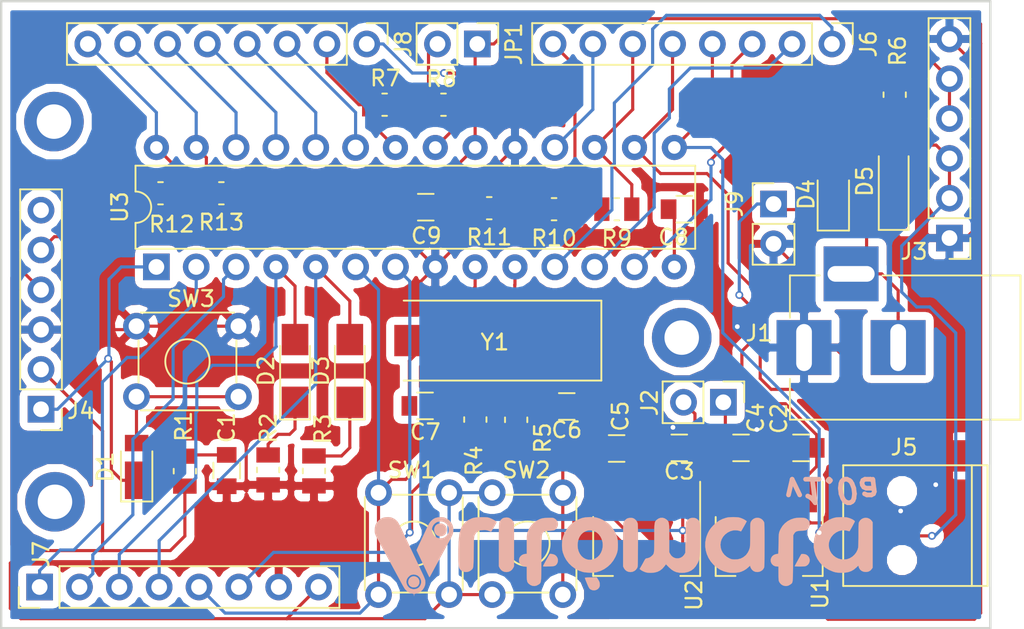
<source format=kicad_pcb>
(kicad_pcb (version 20171130) (host pcbnew 5.0.1-33cea8e~68~ubuntu18.04.1)
  (title_block (title "Automata Test Board") (date 2018-11-11) (rev 20181111) (company "Autómata Ingeniería") (comment 1 www.yoautomata.com.mx))
  (layers (0 F.Cu signal) (31 B.Cu signal) (34 B.Paste user) (35 F.Paste user) (36 B.SilkS user) (37 F.SilkS user) (38 B.Mask user) (39 F.Mask user) (44 Edge.Cuts user))
  (net 0 "")
  (net 1 "Net-(C1-Pad1)")
  (net 2 GNDREF)
  (net 3 "Net-(C2-Pad1)")
  (net 4 +5V)
  (net 5 +3V3)
  (net 6 "Net-(C6-Pad1)")
  (net 7 "Net-(C7-Pad1)")
  (net 8 "Net-(C8-Pad2)")
  (net 9 MCLR/Vpp)
  (net 10 "Net-(D2-Pad1)")
  (net 11 RA2/LD1)
  (net 12 "Net-(D3-Pad1)")
  (net 13 RA3/LD2)
  (net 14 "Net-(D4-Pad2)")
  (net 15 "Net-(D5-Pad2)")
  (net 16 RB1/SCL)
  (net 17 RB0/SDA)
  (net 18 "Net-(J4-Pad4)")
  (net 19 "Net-(J4-Pad5)")
  (net 20 RC4/D-)
  (net 21 RC5/D+)
  (net 22 RC0)
  (net 23 RCI)
  (net 24 RC2)
  (net 25 RC6/TX_5V)
  (net 26 RC7/RX)
  (net 27 RC6/TX)
  (net 28 RA0/AN0)
  (net 29 RA1/AN1)
  (net 30 RA4/SW1)
  (net 31 RA5/SW2)
  (net 32 RB2/INT2)
  (net 33 RB3)
  (net 34 RB4)
  (net 35 RB5)
  (net 36 RB6/PGC)
  (net 37 RB7/PGD)
  (net 38 "Net-(JP1-Pad2)")
  (net 39 "Net-(R10-Pad2)")
  (net 40 "Net-(C4-Pad1)")
  (net 41 "Net-(J4-Pad6)")
  (net 42 "Net-(J5-Pad4)")
  (module Resistor_SMD:R_0805_2012Metric (layer F.Cu) (at 147.9575 89.916 180)
    (fp_text reference R10 (at 0 -1.85 180) (layer F.SilkS))
    (fp_text value 10K)
    (pad 1 smd rect (at -0.955 0 180) (size 0.97 1.5) (layers F.Cu F.Paste F.Mask) (net 27 RC6/TX))
    (pad 2 smd rect (at 0.955 0 180) (size 0.97 1.5) (layers F.Cu F.Paste F.Mask) (net 39 "Net-(R10-Pad2)"))
  )
  (module MountingHole:MountingHole_2.2mm_M2_ISO14580_Pad (layer F.Cu) (at 156.0957 98.1075)
    (fp_text reference "" (at 0 -2.9) (layer F.SilkS))
    (fp_text value MountingHole_2.2mm_M2_ISO14580_Pad)
    (pad 1 thru_hole circle (at 0 0) (size 3.8 3.8) (drill 2.2) (layers *.Cu *.Mask))
  )
  (module MountingHole:MountingHole_2.2mm_M2_ISO14580_Pad (layer F.Cu) (at 116.1415 108.585)
    (fp_text reference "" (at 0 -2.9) (layer F.SilkS))
    (fp_text value MountingHole_2.2mm_M2_ISO14580_Pad)
    (pad 1 thru_hole circle (at 0 0) (size 3.8 3.8) (drill 2.2) (layers *.Cu *.Mask))
  )
  (module MountingHole:MountingHole_2.2mm_M2_ISO14580_Pad (layer F.Cu) (at 116.078 84.328)
    (fp_text reference "" (at 0 -2.9) (layer F.SilkS))
    (fp_text value MountingHole_2.2mm_M2_ISO14580_Pad)
    (pad 1 thru_hole circle (at 0 0) (size 3.8 3.8) (drill 2.2) (layers *.Cu *.Mask))
  )
  (module Pin_Headers:Pin_Header_Straight_1x02_Pitch2.54mm (layer F.Cu) (at 158.75 102.235 270)
    (fp_text reference J2 (at 0.0254 4.699 90) (layer F.SilkS))
    (fp_text value 5V_JMPR)
    (pad 1 thru_hole rect (at 0 0 270) (size 1.7 1.7) (drill 1) (layers *.Cu *.Mask) (net 40 "Net-(C4-Pad1)"))
    (pad 2 thru_hole oval (at 0 2.54 270) (size 1.7 1.7) (drill 1) (layers *.Cu *.Mask) (net 4 +5V))
  )
  (module Connectors:BARREL_JACK (layer F.Cu) (at 163.8935 98.7425 180)
    (fp_text reference J1 (at 2.8702 0.9144) (layer F.SilkS))
    (fp_text value Barrel_Jack)
    (pad 1 thru_hole rect (at 0 0 180) (size 3.5 3.5) (drill oval 1 3) (layers *.Cu *.Mask) (net 2 GNDREF))
    (pad 2 thru_hole rect (at -6 0 180) (size 3.5 3.5) (drill oval 1 3) (layers *.Cu *.Mask) (net 14 "Net-(D4-Pad2)"))
    (pad 3 thru_hole rect (at -3 4.7 180) (size 3.5 3.5) (drill oval 3 1) (layers *.Cu *.Mask) (net 14 "Net-(D4-Pad2)"))
  )
  (module Diodes_SMD:D_PowerDI-123 (layer F.Cu) (at 165.7604 89.0787 90)
    (fp_text reference D4 (at 0.1025 -1.7272 270) (layer F.SilkS))
    (fp_text value D_Small)
    (pad 1 smd rect (at -0.85 0 270) (size 2.4 1.5) (layers F.Cu F.Paste F.Mask) (net 3 "Net-(C2-Pad1)"))
    (pad 2 smd rect (at 1.525 0 270) (size 1.05 1.5) (layers F.Cu F.Paste F.Mask) (net 14 "Net-(D4-Pad2)"))
  )
  (module Capacitors_SMD:C_0805 (layer F.Cu) (at 163.6997 105.1433 180)
    (fp_text reference C2 (at 1.4064 1.8669 270) (layer F.SilkS))
    (fp_text value 0.33uF)
    (pad 1 smd rect (at -1 0 180) (size 1 1.25) (layers F.Cu F.Paste F.Mask) (net 3 "Net-(C2-Pad1)"))
    (pad 2 smd rect (at 1 0 180) (size 1 1.25) (layers F.Cu F.Paste F.Mask) (net 2 GNDREF))
  )
  (module Resistor_SMD:R_0805_2012Metric (layer F.Cu) (at 142.9385 103.3374 90)
    (fp_text reference R4 (at -2.6314 -0.0762 90) (layer F.SilkS))
    (fp_text value 10K)
    (pad 1 smd rect (at -0.955 0 90) (size 0.97 1.5) (layers F.Cu F.Paste F.Mask) (net 30 RA4/SW1))
    (pad 2 smd rect (at 0.955 0 90) (size 0.97 1.5) (layers F.Cu F.Paste F.Mask) (net 2 GNDREF))
  )
  (module Resistor_SMD:R_0805_2012Metric (layer F.Cu) (at 145.542 103.3526 90)
    (fp_text reference R5 (at -1.1557 1.6891 90) (layer F.SilkS))
    (fp_text value 10K)
    (pad 1 smd rect (at -0.955 0 90) (size 0.97 1.5) (layers F.Cu F.Paste F.Mask) (net 31 RA5/SW2))
    (pad 2 smd rect (at 0.955 0 90) (size 0.97 1.5) (layers F.Cu F.Paste F.Mask) (net 2 GNDREF))
  )
  (module Buttons_Switches_THT:SW_TH_Tactile_Omron_B3F-10xx (layer F.Cu) (at 127.8382 101.8794 180)
    (fp_text reference SW3 (at 3.0226 6.2484 180) (layer F.SilkS))
    (fp_text value SWR)
    (pad 4 thru_hole circle (at 6.5 4.5 180) (size 1.7 1.7) (drill 1) (layers *.Cu *.Mask) (net 2 GNDREF))
    (pad 3 thru_hole circle (at 0 4.5 180) (size 1.7 1.7) (drill 1) (layers *.Cu *.Mask) (net 2 GNDREF))
    (pad 2 thru_hole circle (at 6.5 0 180) (size 1.7 1.7) (drill 1) (layers *.Cu *.Mask) (net 1 "Net-(C1-Pad1)"))
    (pad 1 thru_hole circle (at 0 0 180) (size 1.7 1.7) (drill 1) (layers *.Cu *.Mask) (net 1 "Net-(C1-Pad1)"))
  )
  (module LEDs:LED_1206_HandSoldering (layer F.Cu) (at 131.445 100.235 90)
    (fp_text reference D2 (at 0 -1.85 90) (layer F.SilkS))
    (fp_text value RA2_LED)
    (pad 1 smd rect (at -2 0 90) (size 2 1.7) (layers F.Cu F.Paste F.Mask) (net 10 "Net-(D2-Pad1)"))
    (pad 2 smd rect (at 2 0 90) (size 2 1.7) (layers F.Cu F.Paste F.Mask) (net 11 RA2/LD1))
  )
  (module Pin_Headers:Pin_Header_Straight_1x08_Pitch2.54mm (layer F.Cu) (at 136.017 79.375 270)
    (fp_text reference J8 (at 0 -2.33 270) (layer F.SilkS))
    (fp_text value "PORT B")
    (pad 1 thru_hole oval (at 0 0 270) (size 1.7 1.7) (drill 1) (layers *.Cu *.Mask) (net 17 RB0/SDA))
    (pad 2 thru_hole oval (at 0 2.54 270) (size 1.7 1.7) (drill 1) (layers *.Cu *.Mask) (net 16 RB1/SCL))
    (pad 3 thru_hole oval (at 0 5.08 270) (size 1.7 1.7) (drill 1) (layers *.Cu *.Mask) (net 32 RB2/INT2))
    (pad 4 thru_hole oval (at 0 7.62 270) (size 1.7 1.7) (drill 1) (layers *.Cu *.Mask) (net 33 RB3))
    (pad 5 thru_hole oval (at 0 10.16 270) (size 1.7 1.7) (drill 1) (layers *.Cu *.Mask) (net 34 RB4))
    (pad 6 thru_hole oval (at 0 12.7 270) (size 1.7 1.7) (drill 1) (layers *.Cu *.Mask) (net 35 RB5))
    (pad 7 thru_hole oval (at 0 15.24 270) (size 1.7 1.7) (drill 1) (layers *.Cu *.Mask) (net 36 RB6/PGC))
    (pad 8 thru_hole oval (at 0 17.78 270) (size 1.7 1.7) (drill 1) (layers *.Cu *.Mask) (net 37 RB7/PGD))
  )
  (module LEDs:LED_1206_HandSoldering (layer F.Cu) (at 134.9375 100.235 90)
    (fp_text reference D3 (at 0 -1.85 90) (layer F.SilkS))
    (fp_text value RA3_LED)
    (pad 1 smd rect (at -2 0 90) (size 2 1.7) (layers F.Cu F.Paste F.Mask) (net 12 "Net-(D3-Pad1)"))
    (pad 2 smd rect (at 2 0 90) (size 2 1.7) (layers F.Cu F.Paste F.Mask) (net 13 RA3/LD2))
  )
  (module Resistor_SMD:R_0805_2012Metric (layer F.Cu) (at 126.7485 88.9 180)
    (fp_text reference R13 (at 0 -1.85 180) (layer F.SilkS))
    (fp_text value 10K)
    (pad 1 smd rect (at -0.955 0 180) (size 0.97 1.5) (layers F.Cu F.Paste F.Mask) (net 19 "Net-(J4-Pad5)"))
    (pad 2 smd rect (at 0.955 0 180) (size 0.97 1.5) (layers F.Cu F.Paste F.Mask) (net 36 RB6/PGC))
  )
  (module Resistor_SMD:R_0805_2012Metric (layer F.Cu) (at 143.825 89.8525 180)
    (fp_text reference R11 (at 0 -1.85 180) (layer F.SilkS))
    (fp_text value 10K)
    (pad 1 smd rect (at -0.955 0 180) (size 0.97 1.5) (layers F.Cu F.Paste F.Mask) (net 39 "Net-(R10-Pad2)"))
    (pad 2 smd rect (at 0.955 0 180) (size 0.97 1.5) (layers F.Cu F.Paste F.Mask) (net 2 GNDREF))
  )
  (module Buttons_Switches_THT:SW_TH_Tactile_Omron_B3F-10xx (layer F.Cu) (at 144.0138 114.5032 90)
    (fp_text reference SW2 (at 7.9375 2.1886 180) (layer F.SilkS))
    (fp_text value SW2)
    (pad 4 thru_hole circle (at 6.5 4.5 90) (size 1.7 1.7) (drill 1) (layers *.Cu *.Mask) (net 31 RA5/SW2))
    (pad 3 thru_hole circle (at 0 4.5 90) (size 1.7 1.7) (drill 1) (layers *.Cu *.Mask) (net 31 RA5/SW2))
    (pad 2 thru_hole oval (at 6.5 0 90) (size 1.7 1.7) (drill 1) (layers *.Cu *.Mask) (net 4 +5V))
    (pad 1 thru_hole circle (at 0 0 90) (size 1.7 1.7) (drill 1) (layers *.Cu *.Mask) (net 4 +5V))
  )
  (module Pin_Headers:Pin_Header_Straight_1x08_Pitch2.54mm (layer F.Cu) (at 115.1636 114.0206 90)
    (fp_text reference J7 (at 2.0828 0.1016 90) (layer F.SilkS))
    (fp_text value "PORT A")
    (pad 1 thru_hole rect (at 0 0 90) (size 1.7 1.7) (drill 1) (layers *.Cu *.Mask) (net 28 RA0/AN0))
    (pad 2 thru_hole oval (at 0 2.54 90) (size 1.7 1.7) (drill 1) (layers *.Cu *.Mask) (net 29 RA1/AN1))
    (pad 3 thru_hole oval (at 0 5.08 90) (size 1.7 1.7) (drill 1) (layers *.Cu *.Mask) (net 11 RA2/LD1))
    (pad 4 thru_hole oval (at 0 7.62 90) (size 1.7 1.7) (drill 1) (layers *.Cu *.Mask) (net 13 RA3/LD2))
    (pad 5 thru_hole oval (at 0 10.16 90) (size 1.7 1.7) (drill 1) (layers *.Cu *.Mask) (net 30 RA4/SW1))
    (pad 6 thru_hole oval (at 0 12.7 90) (size 1.7 1.7) (drill 1) (layers *.Cu *.Mask) (net 31 RA5/SW2))
    (pad 7 thru_hole oval (at 0 15.24 90) (size 1.7 1.7) (drill 1) (layers *.Cu *.Mask) (net 2 GNDREF))
    (pad 8 thru_hole oval (at 0 17.78 90) (size 1.7 1.7) (drill 1) (layers *.Cu *.Mask) (net 4 +5V))
  )
  (module Capacitors_SMD:C_0805 (layer F.Cu) (at 155.94 105.1433 180)
    (fp_text reference C3 (at 0 -1.5 180) (layer F.SilkS))
    (fp_text value 0.33uF)
    (pad 1 smd rect (at -1 0 180) (size 1 1.25) (layers F.Cu F.Paste F.Mask) (net 4 +5V))
    (pad 2 smd rect (at 1 0 180) (size 1 1.25) (layers F.Cu F.Paste F.Mask) (net 2 GNDREF))
  )
  (module Pin_Headers:Pin_Header_Straight_1x02_Pitch2.54mm (layer F.Cu) (at 143.0655 79.375 270)
    (fp_text reference JP1 (at 0 -2.33 270) (layer F.SilkS))
    (fp_text value "PULL-UP RES")
    (pad 1 thru_hole rect (at 0 0 270) (size 1.7 1.7) (drill 1) (layers *.Cu *.Mask) (net 4 +5V))
    (pad 2 thru_hole oval (at 0 2.54 270) (size 1.7 1.7) (drill 1) (layers *.Cu *.Mask) (net 38 "Net-(JP1-Pad2)"))
  )
  (module Crystals:Crystal_SMD_HC49-SD (layer F.Cu) (at 144.272 98.298 180)
    (fp_text reference Y1 (at 0.0889 -0.1016 180) (layer F.SilkS))
    (fp_text value XTAL)
    (pad 1 smd rect (at -4.25 0 180) (size 4.5 2) (layers F.Cu F.Paste F.Mask) (net 6 "Net-(C6-Pad1)"))
    (pad 2 smd rect (at 4.25 0 180) (size 4.5 2) (layers F.Cu F.Paste F.Mask) (net 7 "Net-(C7-Pad1)"))
  )
  (module Capacitors_SMD:C_0805 (layer F.Cu) (at 151.9461 105.1814)
    (fp_text reference C5 (at 0.238 -2.0574 90) (layer F.SilkS))
    (fp_text value 0.1uF)
    (pad 1 smd rect (at -1 0) (size 1 1.25) (layers F.Cu F.Paste F.Mask) (net 5 +3V3))
    (pad 2 smd rect (at 1 0) (size 1 1.25) (layers F.Cu F.Paste F.Mask) (net 2 GNDREF))
  )
  (module Capacitors_SMD:C_0805 (layer F.Cu) (at 159.877 105.1433)
    (fp_text reference C4 (at 0.9431 -1.9177 90) (layer F.SilkS))
    (fp_text value 0.1uF)
    (pad 1 smd rect (at -1 0) (size 1 1.25) (layers F.Cu F.Paste F.Mask) (net 40 "Net-(C4-Pad1)"))
    (pad 2 smd rect (at 1 0) (size 1 1.25) (layers F.Cu F.Paste F.Mask) (net 2 GNDREF))
  )
  (module Capacitors_SMD:C_0805 (layer F.Cu) (at 148.7678 102.5017 180)
    (fp_text reference C6 (at 0 -1.5 180) (layer F.SilkS))
    (fp_text value 22pF)
    (pad 1 smd rect (at -1 0 180) (size 1 1.25) (layers F.Cu F.Paste F.Mask) (net 6 "Net-(C6-Pad1)"))
    (pad 2 smd rect (at 1 0 180) (size 1 1.25) (layers F.Cu F.Paste F.Mask) (net 2 GNDREF))
  )
  (module Pin_Headers:Pin_Header_Straight_1x08_Pitch2.54mm (layer F.Cu) (at 165.6715 79.375 270)
    (fp_text reference J6 (at 0 -2.33 270) (layer F.SilkS))
    (fp_text value "PORT C")
    (pad 1 thru_hole oval (at 0 0 270) (size 1.7 1.7) (drill 1) (layers *.Cu *.Mask) (net 22 RC0))
    (pad 2 thru_hole oval (at 0 2.54 270) (size 1.7 1.7) (drill 1) (layers *.Cu *.Mask) (net 23 RCI))
    (pad 3 thru_hole oval (at 0 5.08 270) (size 1.7 1.7) (drill 1) (layers *.Cu *.Mask) (net 24 RC2))
    (pad 4 thru_hole oval (at 0 7.62 270) (size 1.7 1.7) (drill 1) (layers *.Cu *.Mask) (net 20 RC4/D-))
    (pad 5 thru_hole oval (at 0 10.16 270) (size 1.7 1.7) (drill 1) (layers *.Cu *.Mask) (net 21 RC5/D+))
    (pad 6 thru_hole oval (at 0 12.7 270) (size 1.7 1.7) (drill 1) (layers *.Cu *.Mask) (net 25 RC6/TX_5V))
    (pad 7 thru_hole oval (at 0 15.24 270) (size 1.7 1.7) (drill 1) (layers *.Cu *.Mask) (net 26 RC7/RX))
    (pad 8 thru_hole oval (at 0 17.78 270) (size 1.7 1.7) (drill 1) (layers *.Cu *.Mask) (net 27 RC6/TX))
  )
  (module Resistor_SMD:R_0805_2012Metric (layer F.Cu) (at 140.909 83.2485)
    (fp_text reference R8 (at -0.1295 -1.651) (layer F.SilkS))
    (fp_text value 4.7K)
    (pad 1 smd rect (at -0.955 0) (size 0.97 1.5) (layers F.Cu F.Paste F.Mask) (net 38 "Net-(JP1-Pad2)"))
    (pad 2 smd rect (at 0.955 0) (size 0.97 1.5) (layers F.Cu F.Paste F.Mask) (net 17 RB0/SDA))
  )
  (module Resistor_SMD:R_0805_2012Metric (layer F.Cu) (at 169.672 82.611 270)
    (fp_text reference R6 (at -2.7915 -0.1905 270) (layer F.SilkS))
    (fp_text value 1K)
    (pad 1 smd rect (at -0.955 0 270) (size 0.97 1.5) (layers F.Cu F.Paste F.Mask) (net 4 +5V))
    (pad 2 smd rect (at 0.955 0 270) (size 0.97 1.5) (layers F.Cu F.Paste F.Mask) (net 15 "Net-(D5-Pad2)"))
  )
  (module Capacitors_SMD:C_0805 (layer F.Cu) (at 139.7795 89.789 180)
    (fp_text reference C9 (at -0.0348 -1.8288 180) (layer F.SilkS))
    (fp_text value 1uF)
    (pad 1 smd rect (at -1 0 180) (size 1 1.25) (layers F.Cu F.Paste F.Mask) (net 4 +5V))
    (pad 2 smd rect (at 1 0 180) (size 1 1.25) (layers F.Cu F.Paste F.Mask) (net 2 GNDREF))
  )
  (module Resistor_SMD:R_0805_2012Metric (layer F.Cu) (at 132.6515 106.614 270)
    (fp_text reference R3 (at -2.6772 -0.5715 270) (layer F.SilkS))
    (fp_text value 1K)
    (pad 1 smd rect (at -0.955 0 270) (size 0.97 1.5) (layers F.Cu F.Paste F.Mask) (net 12 "Net-(D3-Pad1)"))
    (pad 2 smd rect (at 0.955 0 270) (size 0.97 1.5) (layers F.Cu F.Paste F.Mask) (net 2 GNDREF))
  )
  (module Pin_Headers:Pin_Header_Straight_1x02_Pitch2.54mm (layer F.Cu) (at 161.9504 89.5858)
    (fp_text reference J9 (at -2.4765 -0.0127 270) (layer F.SilkS))
    (fp_text value +7VCC_INPUT)
    (pad 1 thru_hole rect (at 0 0) (size 1.7 1.7) (drill 1) (layers *.Cu *.Mask) (net 3 "Net-(C2-Pad1)"))
    (pad 2 thru_hole oval (at 0 2.54) (size 1.7 1.7) (drill 1) (layers *.Cu *.Mask) (net 2 GNDREF))
  )
  (module Resistor_SMD:R_0805_2012Metric (layer F.Cu) (at 124.4219 106.6292 90)
    (fp_text reference R1 (at 2.8575 -0.0762 90) (layer F.SilkS))
    (fp_text value 10K)
    (pad 1 smd rect (at -0.955 0 90) (size 0.97 1.5) (layers F.Cu F.Paste F.Mask) (net 4 +5V))
    (pad 2 smd rect (at 0.955 0 90) (size 0.97 1.5) (layers F.Cu F.Paste F.Mask) (net 1 "Net-(C1-Pad1)"))
  )
  (module Package_DIP:DIP-28_W7.62mm (layer F.Cu) (at 122.6058 93.599 90)
    (fp_text reference U3 (at 3.81 -2.33 90) (layer F.SilkS))
    (fp_text value PIC18F2550-ISP)
    (pad 1 thru_hole rect (at 0 0 90) (size 1.7 1.7) (drill 1) (layers *.Cu *.Mask) (net 9 MCLR/Vpp))
    (pad 15 thru_hole oval (at 7.62 33.02 90) (size 1.6 1.6) (drill 0.8) (layers *.Cu *.Mask) (net 20 RC4/D-))
    (pad 2 thru_hole oval (at 0 2.54 90) (size 1.7 1.7) (drill 1) (layers *.Cu *.Mask) (net 28 RA0/AN0))
    (pad 16 thru_hole oval (at 7.62 30.48 90) (size 1.6 1.6) (drill 0.8) (layers *.Cu *.Mask) (net 21 RC5/D+))
    (pad 3 thru_hole oval (at 0 5.08 90) (size 1.7 1.7) (drill 1) (layers *.Cu *.Mask) (net 29 RA1/AN1))
    (pad 17 thru_hole oval (at 7.62 27.94 90) (size 1.6 1.6) (drill 0.8) (layers *.Cu *.Mask) (net 25 RC6/TX_5V))
    (pad 4 thru_hole oval (at 0 7.62 90) (size 1.6 1.6) (drill 0.8) (layers *.Cu *.Mask) (net 11 RA2/LD1))
    (pad 18 thru_hole oval (at 7.62 25.4 90) (size 1.7 1.7) (drill 1) (layers *.Cu *.Mask) (net 26 RC7/RX))
    (pad 5 thru_hole oval (at 0 10.16 90) (size 1.6 1.6) (drill 0.8) (layers *.Cu *.Mask) (net 13 RA3/LD2))
    (pad 19 thru_hole oval (at 7.62 22.86 90) (size 1.6 1.6) (drill 0.8) (layers *.Cu *.Mask) (net 2 GNDREF))
    (pad 6 thru_hole oval (at 0 12.7 90) (size 1.7 1.7) (drill 1) (layers *.Cu *.Mask) (net 30 RA4/SW1))
    (pad 20 thru_hole oval (at 7.62 20.32 90) (size 1.6 1.6) (drill 0.8) (layers *.Cu *.Mask) (net 4 +5V))
    (pad 7 thru_hole oval (at 0 15.24 90) (size 1.7 1.7) (drill 1) (layers *.Cu *.Mask) (net 31 RA5/SW2))
    (pad 21 thru_hole oval (at 7.62 17.78 90) (size 1.6 1.6) (drill 0.8) (layers *.Cu *.Mask) (net 17 RB0/SDA))
    (pad 8 thru_hole oval (at 0 17.78 90) (size 1.6 1.6) (drill 0.8) (layers *.Cu *.Mask) (net 2 GNDREF))
    (pad 22 thru_hole oval (at 7.62 15.24 90) (size 1.6 1.6) (drill 0.8) (layers *.Cu *.Mask) (net 16 RB1/SCL))
    (pad 9 thru_hole oval (at 0 20.32 90) (size 1.6 1.6) (drill 0.8) (layers *.Cu *.Mask) (net 7 "Net-(C7-Pad1)"))
    (pad 23 thru_hole oval (at 7.62 12.7 90) (size 1.7 1.7) (drill 1) (layers *.Cu *.Mask) (net 32 RB2/INT2))
    (pad 10 thru_hole oval (at 0 22.86 90) (size 1.6 1.6) (drill 0.8) (layers *.Cu *.Mask) (net 6 "Net-(C6-Pad1)"))
    (pad 24 thru_hole oval (at 7.62 10.16 90) (size 1.7 1.7) (drill 1) (layers *.Cu *.Mask) (net 33 RB3))
    (pad 11 thru_hole oval (at 0 25.4 90) (size 1.7 1.7) (drill 1) (layers *.Cu *.Mask) (net 22 RC0))
    (pad 25 thru_hole oval (at 7.62 7.62 90) (size 1.7 1.7) (drill 1) (layers *.Cu *.Mask) (net 34 RB4))
    (pad 12 thru_hole oval (at 0 27.94 90) (size 1.7 1.7) (drill 1) (layers *.Cu *.Mask) (net 23 RCI))
    (pad 26 thru_hole oval (at 7.62 5.08 90) (size 1.7 1.7) (drill 1) (layers *.Cu *.Mask) (net 35 RB5))
    (pad 13 thru_hole oval (at 0 30.48 90) (size 1.7 1.7) (drill 1) (layers *.Cu *.Mask) (net 24 RC2))
    (pad 27 thru_hole oval (at 7.62 2.54 90) (size 1.6 1.6) (drill 0.8) (layers *.Cu *.Mask) (net 36 RB6/PGC))
    (pad 14 thru_hole oval (at 0 33.02 90) (size 1.6 1.6) (drill 0.8) (layers *.Cu *.Mask) (net 8 "Net-(C8-Pad2)"))
    (pad 28 thru_hole oval (at 7.62 0 90) (size 1.6 1.6) (drill 0.8) (layers *.Cu *.Mask) (net 37 RB7/PGD))
  )
  (module Capacitors_SMD:C_0805 (layer F.Cu) (at 156.2575 89.916 180)
    (fp_text reference C8 (at 0.6825 -1.7907 180) (layer F.SilkS))
    (fp_text value 22pF)
    (pad 1 smd rect (at -1 0 180) (size 1 1.25) (layers F.Cu F.Paste F.Mask) (net 2 GNDREF))
    (pad 2 smd rect (at 1 0 180) (size 1 1.25) (layers F.Cu F.Paste F.Mask) (net 8 "Net-(C8-Pad2)"))
  )
  (module Buttons_Switches_THT:SW_TH_Tactile_Omron_B3F-10xx (layer F.Cu) (at 141.2663 108.0032 270)
    (fp_text reference SW1 (at -1.4375 2.3918) (layer F.SilkS))
    (fp_text value SW1)
    (pad 4 thru_hole circle (at 6.5 4.5 270) (size 1.7 1.7) (drill 1) (layers *.Cu *.Mask) (net 30 RA4/SW1))
    (pad 3 thru_hole circle (at 0 4.5 270) (size 1.7 1.7) (drill 1) (layers *.Cu *.Mask) (net 30 RA4/SW1))
    (pad 2 thru_hole circle (at 6.5 0 270) (size 1.7 1.7) (drill 1) (layers *.Cu *.Mask) (net 4 +5V))
    (pad 1 thru_hole oval (at 0 0 270) (size 1.7 1.7) (drill 1) (layers *.Cu *.Mask) (net 4 +5V))
  )
  (module LEDs:LED_1206_HandSoldering (layer F.Cu) (at 169.6085 88.138 90)
    (fp_text reference D5 (at 0 -1.85 90) (layer F.SilkS))
    (fp_text value PWR_LED)
    (pad 1 smd rect (at -2 0 90) (size 2 1.7) (layers F.Cu F.Paste F.Mask) (net 2 GNDREF))
    (pad 2 smd rect (at 2 0 90) (size 2 1.7) (layers F.Cu F.Paste F.Mask) (net 15 "Net-(D5-Pad2)"))
  )
  (module Package_TO_SOT_SMD:SOT-223 (layer F.Cu) (at 153.8605 111.404 270)
    (fp_text reference U2 (at 3.1373 -3.0226 90) (layer F.SilkS))
    (fp_text value uA78M33)
    (pad 4 smd rect (at 3.15 0 270) (size 2 3.8) (layers F.Cu F.Paste F.Mask))
    (pad 2 smd rect (at -3.15 0 270) (size 2 1.5) (layers F.Cu F.Paste F.Mask) (net 2 GNDREF))
    (pad 3 smd rect (at -3.15 2.3 270) (size 2 1.5) (layers F.Cu F.Paste F.Mask) (net 5 +3V3))
    (pad 1 smd rect (at -3.15 -2.3 270) (size 2 1.5) (layers F.Cu F.Paste F.Mask) (net 4 +5V))
  )
  (module Resistor_SMD:R_0805_2012Metric (layer F.Cu) (at 151.958 89.916 180)
    (fp_text reference R9 (at 0 -1.85 180) (layer F.SilkS))
    (fp_text value 10K)
    (pad 1 smd rect (at -0.955 0 180) (size 0.97 1.5) (layers F.Cu F.Paste F.Mask) (net 25 RC6/TX_5V))
    (pad 2 smd rect (at 0.955 0 180) (size 0.97 1.5) (layers F.Cu F.Paste F.Mask) (net 27 RC6/TX))
  )
  (module Capacitors_SMD:C_0805 (layer F.Cu) (at 127.0889 106.5911 270)
    (fp_text reference C1 (at -2.7305 0 270) (layer F.SilkS))
    (fp_text value 0.1uF)
    (pad 1 smd rect (at -1 0 270) (size 1 1.25) (layers F.Cu F.Paste F.Mask) (net 1 "Net-(C1-Pad1)"))
    (pad 2 smd rect (at 1 0 270) (size 1 1.25) (layers F.Cu F.Paste F.Mask) (net 2 GNDREF))
  )
  (module Resistor_SMD:R_0805_2012Metric (layer F.Cu) (at 129.7305 106.5505 270)
    (fp_text reference R2 (at -2.6645 -0.0127 270) (layer F.SilkS))
    (fp_text value 1K)
    (pad 1 smd rect (at -0.955 0 270) (size 0.97 1.5) (layers F.Cu F.Paste F.Mask) (net 10 "Net-(D2-Pad1)"))
    (pad 2 smd rect (at 0.955 0 270) (size 0.97 1.5) (layers F.Cu F.Paste F.Mask) (net 2 GNDREF))
  )
  (module Package_TO_SOT_SMD:SOT-223 (layer F.Cu) (at 161.671 111.404 270)
    (fp_text reference U1 (at 3.0357 -3.2512 90) (layer F.SilkS))
    (fp_text value uA78M05)
    (pad 4 smd rect (at 3.15 0 270) (size 2 3.8) (layers F.Cu F.Paste F.Mask))
    (pad 2 smd rect (at -3.15 0 270) (size 2 1.5) (layers F.Cu F.Paste F.Mask) (net 2 GNDREF))
    (pad 3 smd rect (at -3.15 2.3 270) (size 2 1.5) (layers F.Cu F.Paste F.Mask) (net 40 "Net-(C4-Pad1)"))
    (pad 1 smd rect (at -3.15 -2.3 270) (size 2 1.5) (layers F.Cu F.Paste F.Mask) (net 3 "Net-(C2-Pad1)"))
  )
  (module Pin_Headers:Pin_Header_Straight_1x06_Pitch2.54mm (layer F.Cu) (at 173.1645 91.7575 180)
    (fp_text reference J3 (at 2.2606 -0.8636 180) (layer F.SilkS))
    (fp_text value "Power Port")
    (pad 1 thru_hole rect (at 0 0 180) (size 1.7 1.7) (drill 1) (layers *.Cu *.Mask) (net 2 GNDREF))
    (pad 2 thru_hole oval (at 0 2.54 180) (size 1.7 1.7) (drill 1) (layers *.Cu *.Mask) (net 4 +5V))
    (pad 3 thru_hole oval (at 0 5.08 180) (size 1.7 1.7) (drill 1) (layers *.Cu *.Mask) (net 4 +5V))
    (pad 4 thru_hole oval (at 0 7.62 180) (size 1.7 1.7) (drill 1) (layers *.Cu *.Mask) (net 5 +3V3))
    (pad 5 thru_hole oval (at 0 10.16 180) (size 1.7 1.7) (drill 1) (layers *.Cu *.Mask) (net 5 +3V3))
    (pad 6 thru_hole oval (at 0 12.7 180) (size 1.7 1.7) (drill 1) (layers *.Cu *.Mask) (net 2 GNDREF))
  )
  (module Resistor_SMD:R_0805_2012Metric (layer F.Cu) (at 122.87 88.9)
    (fp_text reference R12 (at 0.7137 1.9812) (layer F.SilkS))
    (fp_text value 10K)
    (pad 1 smd rect (at -0.955 0) (size 0.97 1.5) (layers F.Cu F.Paste F.Mask) (net 18 "Net-(J4-Pad4)"))
    (pad 2 smd rect (at 0.955 0) (size 0.97 1.5) (layers F.Cu F.Paste F.Mask) (net 37 RB7/PGD))
  )
  (module Pin_Headers:Pin_Header_Straight_1x06_Pitch2.54mm (layer F.Cu) (at 115.2525 102.6795 180)
    (fp_text reference J4 (at -2.5273 -0.1016 180) (layer F.SilkS))
    (fp_text value ICSP)
    (pad 1 thru_hole rect (at 0 0 180) (size 1.7 1.7) (drill 1) (layers *.Cu *.Mask) (net 9 MCLR/Vpp))
    (pad 2 thru_hole oval (at 0 2.54 180) (size 1.7 1.7) (drill 1) (layers *.Cu *.Mask) (net 4 +5V))
    (pad 3 thru_hole oval (at 0 5.08 180) (size 1.7 1.7) (drill 1) (layers *.Cu *.Mask) (net 2 GNDREF))
    (pad 4 thru_hole oval (at 0 7.62 180) (size 1.7 1.7) (drill 1) (layers *.Cu *.Mask) (net 18 "Net-(J4-Pad4)"))
    (pad 5 thru_hole oval (at 0 10.16 180) (size 1.7 1.7) (drill 1) (layers *.Cu *.Mask) (net 19 "Net-(J4-Pad5)"))
    (pad 6 thru_hole oval (at 0 12.7 180) (size 1.7 1.7) (drill 1) (layers *.Cu *.Mask) (net 41 "Net-(J4-Pad6)"))
  )
  (module Resistor_SMD:R_0805_2012Metric (layer F.Cu) (at 137.1575 83.2485 180)
    (fp_text reference R7 (at -0.0533 1.6891 180) (layer F.SilkS))
    (fp_text value 4.7K)
    (pad 1 smd rect (at -0.955 0 180) (size 0.97 1.5) (layers F.Cu F.Paste F.Mask) (net 38 "Net-(JP1-Pad2)"))
    (pad 2 smd rect (at 0.955 0 180) (size 0.97 1.5) (layers F.Cu F.Paste F.Mask) (net 16 RB1/SCL))
  )
  (module Capacitors_SMD:C_0805 (layer F.Cu) (at 139.7348 102.4636)
    (fp_text reference C7 (at 0.016 1.6637) (layer F.SilkS))
    (fp_text value 22pF)
    (pad 1 smd rect (at -1 0) (size 1 1.25) (layers F.Cu F.Paste F.Mask) (net 7 "Net-(C7-Pad1)"))
    (pad 2 smd rect (at 1 0) (size 1 1.25) (layers F.Cu F.Paste F.Mask) (net 2 GNDREF))
  )
  (module Diodes_SMD:D_PowerDI-123 (layer F.Cu) (at 121.3485 106.3635 90)
    (fp_text reference D1 (at 0 -2 90) (layer F.SilkS))
    (fp_text value D_Schottky)
    (pad 1 smd rect (at -0.85 0 270) (size 2.4 1.5) (layers F.Cu F.Paste F.Mask) (net 9 MCLR/Vpp))
    (pad 2 smd rect (at 1.525 0 270) (size 1.05 1.5) (layers F.Cu F.Paste F.Mask) (net 1 "Net-(C1-Pad1)"))
  )
  (module Connectors:USB_Mini-B (layer F.Cu) (at 170.34 110.104 180)
    (fp_text reference J5 (at 0.0711 4.9988 180) (layer F.SilkS))
    (fp_text value USB_OTG)
    (pad 1 smd rect (at 2.8 -1.6 180) (size 2.3 0.5) (layers F.Cu F.Paste F.Mask) (net 4 +5V))
    (pad 2 smd rect (at 2.8 -0.8 180) (size 2.3 0.5) (layers F.Cu F.Paste F.Mask) (net 20 RC4/D-))
    (pad 3 smd rect (at 2.8 0 180) (size 2.3 0.5) (layers F.Cu F.Paste F.Mask) (net 21 RC5/D+))
    (pad 4 smd rect (at 2.8 0.8 180) (size 2.3 0.5) (layers F.Cu F.Paste F.Mask) (net 42 "Net-(J5-Pad4)"))
    (pad 5 smd rect (at 2.8 1.6 180) (size 2.3 0.5) (layers F.Cu F.Paste F.Mask) (net 2 GNDREF))
    (pad 6 smd rect (at 2.7 -4.45 180) (size 2.5 2) (layers F.Cu F.Paste F.Mask) (net 2 GNDREF))
    (pad 6 smd rect (at -2.8 -4.45 180) (size 2.5 2) (layers F.Cu F.Paste F.Mask) (net 2 GNDREF))
    (pad 6 smd rect (at 2.7 4.45 180) (size 2.5 2) (layers F.Cu F.Paste F.Mask) (net 2 GNDREF))
    (pad 6 smd rect (at -2.8 4.45 180) (size 2.5 2) (layers F.Cu F.Paste F.Mask) (net 2 GNDREF))
    (pad "" np_thru_hole circle (at 0.2 -2.2 180) (size 0.9 0.9) (drill 0.9) (layers *.Cu *.Mask))
    (pad "" np_thru_hole circle (at 0.2 2.2 180) (size 0.9 0.9) (drill 0.9) (layers *.Cu *.Mask))
  )
  (module Hardware:AUTOMATA_LOGO (layer B.Cu) (at 127 111.633)
    (fp_text reference G*** hide)
    (fp_text value LOGO hide)
  )
  (gr_text v1.0a (at 165.608 107.823 -180) (layer B.SilkS) (effects (font (size 1.5 1.5) (thickness 0.3) italic) (justify mirror)))
  (gr_line (start 112.7125 76.6445) (end 112.7125 116.6495) (layer Edge.Cuts) (width 0.15))
  (gr_line (start 175.768 76.6445) (end 112.7125 76.6445) (layer Edge.Cuts) (width 0.15))
  (gr_line (start 175.768 76.708) (end 175.768 76.6445) (layer Edge.Cuts) (width 0.15))
  (gr_line (start 175.768 116.6495) (end 175.768 76.708) (layer Edge.Cuts) (width 0.15))
  (gr_line (start 112.7125 116.6495) (end 175.768 116.6495) (layer Edge.Cuts) (width 0.15))
  (segment (start 126.783 105.569) (end 126.8095 105.5955) (width 0.2) (layer F.Cu) (net 1))
  (segment (start 124.505 105.5911) (end 124.4219 105.6742) (width 0.2) (layer F.Cu) (net 1))
  (segment (start 127.0889 105.5911) (end 124.505 105.5911) (width 0.2) (layer F.Cu) (net 1))
  (segment (start 122.6362 104.8385) (end 121.3485 104.8385) (width 0.2) (layer F.Cu) (net 1))
  (segment (start 123.4719 105.6742) (end 122.6362 104.8385) (width 0.2) (layer F.Cu) (net 1))
  (segment (start 124.4219 105.6742) (end 123.4719 105.6742) (width 0.2) (layer F.Cu) (net 1))
  (segment (start 121.3382 104.8282) (end 121.3485 104.8385) (width 0.2) (layer F.Cu) (net 1))
  (segment (start 121.3382 101.8794) (end 121.3382 104.8282) (width 0.2) (layer F.Cu) (net 1))
  (segment (start 121.3382 101.8794) (end 127.8382 101.8794) (width 0.2) (layer F.Cu) (net 1))
  (segment (start 170.028 91.7575) (end 172.1145 91.7575) (width 0.2) (layer F.Cu) (net 2))
  (segment (start 169.6085 91.338) (end 170.028 91.7575) (width 0.2) (layer F.Cu) (net 2))
  (segment (start 172.1145 91.7575) (end 173.1645 91.7575) (width 0.2) (layer F.Cu) (net 2))
  (segment (start 169.6085 90.138) (end 169.6085 91.338) (width 0.2) (layer F.Cu) (net 2))
  (segment (start 174.2145 91.7575) (end 174.752 91.22) (width 0.2) (layer F.Cu) (net 2))
  (segment (start 173.1645 91.7575) (end 174.2145 91.7575) (width 0.2) (layer F.Cu) (net 2))
  (segment (start 174.752 91.22) (end 174.752 80.645) (width 0.2) (layer F.Cu) (net 2))
  (segment (start 174.752 80.645) (end 173.1645 79.0575) (width 0.2) (layer F.Cu) (net 2))
  (segment (start 173.14 114.554) (end 167.64 114.554) (width 0.2) (layer F.Cu) (net 2))
  (segment (start 167.54 105.754) (end 167.64 105.654) (width 0.2) (layer F.Cu) (net 2))
  (segment (start 167.54 108.504) (end 167.54 105.754) (width 0.2) (layer F.Cu) (net 2))
  (segment (start 173.14 109.728) (end 173.14 114.554) (width 0.2) (layer F.Cu) (net 2))
  (segment (start 173.14 91.782) (end 173.1645 91.7575) (width 0.2) (layer F.Cu) (net 2))
  (segment (start 132.588 107.5055) (end 132.6515 107.569) (width 0.2) (layer F.Cu) (net 2))
  (segment (start 129.7305 107.5055) (end 132.588 107.5055) (width 0.2) (layer F.Cu) (net 2))
  (segment (start 127.1745 107.5055) (end 127.0889 107.5911) (width 0.2) (layer F.Cu) (net 2))
  (segment (start 129.7305 107.5055) (end 129.7305 110.3503) (width 0.2) (layer F.Cu) (net 2))
  (segment (start 130.4036 111.0234) (end 130.4036 114.0206) (width 0.2) (layer F.Cu) (net 2))
  (segment (start 129.7305 110.3503) (end 130.4036 111.0234) (width 0.2) (layer F.Cu) (net 2))
  (segment (start 129.7305 107.5055) (end 128.3335 107.5055) (width 0.2) (layer F.Cu) (net 2))
  (segment (start 128.3335 107.5055) (end 127.1745 107.5055) (width 0.2) (layer F.Cu) (net 2))
  (segment (start 121.1181 97.5995) (end 121.3382 97.3794) (width 0.2) (layer F.Cu) (net 2))
  (segment (start 115.2525 97.5995) (end 121.1181 97.5995) (width 0.2) (layer F.Cu) (net 2))
  (segment (start 121.3382 97.3794) (end 127.8382 97.3794) (width 0.2) (layer F.Cu) (net 2))
  (segment (start 128.3335 107.5055) (end 128.3335 104.1273) (width 0.2) (layer F.Cu) (net 2))
  (segment (start 128.3335 104.1273) (end 129.2352 103.2256) (width 0.2) (layer F.Cu) (net 2))
  (segment (start 129.2352 103.2256) (end 129.2352 98.7764) (width 0.2) (layer F.Cu) (net 2))
  (segment (start 129.2352 98.7764) (end 127.8382 97.3794) (width 0.2) (layer F.Cu) (net 2))
  (segment (start 138.7795 91.9927) (end 140.3858 93.599) (width 0.2) (layer F.Cu) (net 2))
  (segment (start 138.7795 89.789) (end 138.7795 91.9927) (width 0.2) (layer F.Cu) (net 2))
  (segment (start 142.87 91.1148) (end 140.3858 93.599) (width 0.2) (layer F.Cu) (net 2))
  (segment (start 142.87 89.8525) (end 142.87 91.1148) (width 0.2) (layer F.Cu) (net 2))
  (segment (start 142.87 88.5748) (end 145.4658 85.979) (width 0.2) (layer F.Cu) (net 2))
  (segment (start 142.87 89.8525) (end 142.87 88.5748) (width 0.2) (layer F.Cu) (net 2))
  (segment (start 152.9461 106.1396) (end 152.9461 105.1814) (width 0.2) (layer F.Cu) (net 2))
  (segment (start 153.8605 107.054) (end 152.9461 106.1396) (width 0.2) (layer F.Cu) (net 2))
  (segment (start 153.8605 108.254) (end 153.8605 107.054) (width 0.2) (layer F.Cu) (net 2))
  (segment (start 154.9019 105.1814) (end 154.94 105.1433) (width 0.2) (layer F.Cu) (net 2))
  (segment (start 152.9461 105.1814) (end 154.9019 105.1814) (width 0.2) (layer F.Cu) (net 2))
  (segment (start 160.877 105.1433) (end 162.6997 105.1433) (width 0.2) (layer F.Cu) (net 2))
  (segment (start 160.877 106.26) (end 160.877 105.1433) (width 0.2) (layer F.Cu) (net 2))
  (segment (start 161.671 107.054) (end 160.877 106.26) (width 0.2) (layer F.Cu) (net 2))
  (segment (start 161.671 108.254) (end 161.671 107.054) (width 0.2) (layer F.Cu) (net 2))
  (segment (start 161.671 109.454) (end 162.1482 109.9312) (width 0.2) (layer F.Cu) (net 2))
  (segment (start 161.671 108.254) (end 161.671 109.454) (width 0.2) (layer F.Cu) (net 2))
  (segment (start 162.1482 109.9312) (end 165.0746 109.9312) (width 0.2) (layer F.Cu) (net 2))
  (segment (start 165.0746 109.9312) (end 165.6461 109.3597) (width 0.2) (layer F.Cu) (net 2))
  (segment (start 165.6461 109.3597) (end 165.6461 108.712) (width 0.2) (layer F.Cu) (net 2))
  (segment (start 165.8541 108.504) (end 167.54 108.504) (width 0.2) (layer F.Cu) (net 2))
  (segment (start 165.6461 108.712) (end 165.8541 108.504) (width 0.2) (layer F.Cu) (net 2))
  (segment (start 167.54 108.504) (end 168.7703 108.504) (width 0.2) (layer F.Cu) (net 2))
  (segment (start 168.7703 108.504) (end 168.89 108.504) (width 0.2) (layer F.Cu) (net 2))
  (segment (start 173.14 105.654) (end 173.14 109.2073) (width 0.2) (layer F.Cu) (net 2))
  (segment (start 173.14 109.2073) (end 173.14 109.728) (width 0.2) (layer F.Cu) (net 2))
  (segment (start 132.6515 107.569) (end 134.0231 107.569) (width 0.2) (layer F.Cu) (net 2))
  (segment (start 134.0231 107.569) (end 137.3251 104.267) (width 0.2) (layer F.Cu) (net 2))
  (segment (start 137.3251 104.267) (end 140.2588 104.267) (width 0.2) (layer F.Cu) (net 2))
  (segment (start 140.7348 103.791) (end 140.7348 102.4636) (width 0.2) (layer F.Cu) (net 2))
  (segment (start 140.2588 104.267) (end 140.7348 103.791) (width 0.2) (layer F.Cu) (net 2))
  (segment (start 142.8573 102.4636) (end 142.9385 102.3824) (width 0.2) (layer F.Cu) (net 2))
  (segment (start 140.7348 102.4636) (end 142.8573 102.4636) (width 0.2) (layer F.Cu) (net 2))
  (segment (start 145.5268 102.3824) (end 145.542 102.3976) (width 0.2) (layer F.Cu) (net 2))
  (segment (start 142.9385 102.3824) (end 145.5268 102.3824) (width 0.2) (layer F.Cu) (net 2))
  (segment (start 147.6637 102.3976) (end 147.7678 102.5017) (width 0.2) (layer F.Cu) (net 2))
  (segment (start 145.542 102.3976) (end 147.6637 102.3976) (width 0.2) (layer F.Cu) (net 2))
  (segment (start 147.7678 103.3267) (end 148.3271 103.886) (width 0.2) (layer F.Cu) (net 2))
  (segment (start 147.7678 102.5017) (end 147.7678 103.3267) (width 0.2) (layer F.Cu) (net 2))
  (segment (start 148.3271 103.886) (end 152.5524 103.886) (width 0.2) (layer F.Cu) (net 2))
  (segment (start 152.9461 104.2797) (end 152.9461 105.1814) (width 0.2) (layer F.Cu) (net 2))
  (segment (start 152.5524 103.886) (end 152.9461 104.2797) (width 0.2) (layer F.Cu) (net 2))
  (segment (start 165.8435 98.7425) (end 166.9288 99.8278) (width 0.2) (layer F.Cu) (net 2))
  (segment (start 163.8935 98.7425) (end 165.8435 98.7425) (width 0.2) (layer F.Cu) (net 2))
  (segment (start 166.9288 100.3173) (end 168.8084 102.1969) (width 0.2) (layer F.Cu) (net 2))
  (segment (start 166.9288 99.8278) (end 166.9288 100.3173) (width 0.2) (layer F.Cu) (net 2))
  (segment (start 166.9288 100.3173) (end 166.9288 100.5332) (width 0.2) (layer F.Cu) (net 2))
  (segment (start 168.8084 102.1969) (end 173.1019 102.1969) (width 0.2) (layer F.Cu) (net 2))
  (segment (start 173.14 102.235) (end 173.14 91.782) (width 0.2) (layer F.Cu) (net 2))
  (segment (start 173.1019 102.1969) (end 173.14 102.235) (width 0.2) (layer F.Cu) (net 2))
  (segment (start 173.14 105.654) (end 173.14 102.235) (width 0.2) (layer F.Cu) (net 2))
  (segment (start 163.8935 94.0689) (end 161.9504 92.1258) (width 0.2) (layer F.Cu) (net 2))
  (segment (start 163.8935 98.7425) (end 163.8935 94.0689) (width 0.2) (layer F.Cu) (net 2))
  (segment (start 140.7348 102.5886) (end 139.5898 103.7336) (width 0.2) (layer F.Cu) (net 2))
  (segment (start 140.7348 102.4636) (end 140.7348 102.5886) (width 0.2) (layer F.Cu) (net 2))
  (segment (start 139.5898 103.7336) (end 137.3886 103.7336) (width 0.2) (layer F.Cu) (net 2))
  (segment (start 137.3886 103.7336) (end 136.7663 103.1113) (width 0.2) (layer F.Cu) (net 2))
  (segment (start 136.7663 103.1113) (end 136.7663 96.774) (width 0.2) (layer F.Cu) (net 2))
  (segment (start 136.7663 96.774) (end 137.3378 96.2025) (width 0.2) (layer F.Cu) (net 2))
  (segment (start 137.7823 96.2025) (end 140.3858 93.599) (width 0.2) (layer F.Cu) (net 2))
  (segment (start 137.3378 96.2025) (end 137.7823 96.2025) (width 0.2) (layer F.Cu) (net 2))
  (via (at 170.053 109.1692) (size 0.5) (drill 0.3) (layers F.Cu B.Cu) (net 2))
  (segment (start 168.7703 108.504) (end 169.0703 108.504) (width 0.2) (layer F.Cu) (net 2))
  (segment (start 169.7355 109.1692) (end 170.053 109.1692) (width 0.2) (layer F.Cu) (net 2))
  (segment (start 169.0703 108.504) (end 169.7355 109.1692) (width 0.2) (layer F.Cu) (net 2))
  (segment (start 170.053 109.1692) (end 171.7802 109.1692) (width 0.2) (layer B.Cu) (net 2))
  (via (at 172.2882 107.4928) (size 0.5) (drill 0.3) (layers F.Cu B.Cu) (net 2))
  (segment (start 172.2882 108.6612) (end 172.2882 107.4928) (width 0.2) (layer B.Cu) (net 2))
  (segment (start 171.7802 109.1692) (end 172.2882 108.6612) (width 0.2) (layer B.Cu) (net 2))
  (segment (start 172.2882 106.5058) (end 173.14 105.654) (width 0.2) (layer F.Cu) (net 2))
  (segment (start 172.2882 107.4928) (end 172.2882 106.5058) (width 0.2) (layer F.Cu) (net 2))
  (segment (start 154.94 104.3183) (end 155.4231 103.8352) (width 0.2) (layer F.Cu) (net 2))
  (segment (start 154.94 105.1433) (end 154.94 104.3183) (width 0.2) (layer F.Cu) (net 2))
  (via (at 155.5369 103.8352) (size 0.5) (drill 0.3) (layers F.Cu B.Cu) (net 2))
  (segment (start 155.4231 103.8352) (end 155.5369 103.8352) (width 0.2) (layer F.Cu) (net 2))
  (via (at 160.8836 103.9749) (size 0.5) (drill 0.3) (layers F.Cu B.Cu) (net 2))
  (segment (start 160.7439 103.8352) (end 160.8836 103.9749) (width 0.2) (layer B.Cu) (net 2))
  (segment (start 155.5369 103.8352) (end 160.7439 103.8352) (width 0.2) (layer B.Cu) (net 2))
  (segment (start 160.8836 105.1367) (end 160.877 105.1433) (width 0.2) (layer F.Cu) (net 2))
  (segment (start 160.8836 103.9749) (end 160.8836 105.1367) (width 0.2) (layer F.Cu) (net 2))
  (segment (start 157.2575 92.1954) (end 157.2575 89.916) (width 0.2) (layer F.Cu) (net 2))
  (segment (start 159.639 97.409) (end 157.2514 94.6404) (width 0.2) (layer F.Cu) (net 2))
  (via (at 159.639 97.409) (size 0.5) (drill 0.3) (layers F.Cu B.Cu) (net 2))
  (segment (start 157.2514 94.6404) (end 157.2514 92.2015) (width 0.2) (layer F.Cu) (net 2))
  (segment (start 157.2514 92.2015) (end 157.2575 92.1954) (width 0.2) (layer F.Cu) (net 2))
  (segment (start 161.3535 98.7425) (end 163.8935 98.7425) (width 0.2) (layer B.Cu) (net 2))
  (segment (start 159.639 97.409) (end 161.3535 98.7425) (width 0.2) (layer B.Cu) (net 2))
  (segment (start 164.6997 106.3253) (end 164.6997 105.1433) (width 0.2) (layer F.Cu) (net 3))
  (segment (start 163.971 107.054) (end 164.6997 106.3253) (width 0.2) (layer F.Cu) (net 3))
  (segment (start 163.971 108.254) (end 163.971 107.054) (width 0.2) (layer F.Cu) (net 3))
  (segment (start 164.6997 104.3183) (end 162.7053 102.3239) (width 0.2) (layer F.Cu) (net 3))
  (segment (start 164.6997 105.1433) (end 164.6997 104.3183) (width 0.2) (layer F.Cu) (net 3))
  (segment (start 162.7053 102.3239) (end 161.4297 102.3239) (width 0.2) (layer F.Cu) (net 3))
  (segment (start 161.4297 102.3239) (end 159.9311 100.8253) (width 0.2) (layer F.Cu) (net 3))
  (segment (start 162.3061 89.9415) (end 161.9504 89.5858) (width 0.2) (layer F.Cu) (net 3))
  (segment (start 166.4462 89.9415) (end 162.3061 89.9415) (width 0.2) (layer F.Cu) (net 3))
  (segment (start 159.9311 100.8253) (end 159.9311 98.9711) (width 0.2) (layer F.Cu) (net 3))
  (segment (start 159.9311 98.9711) (end 160.528 98.3742) (width 0.2) (layer F.Cu) (net 3))
  (segment (start 160.528 98.3742) (end 160.528 96.1517) (width 0.2) (layer F.Cu) (net 3))
  (via (at 159.766 95.3897) (size 0.5) (drill 0.3) (layers F.Cu B.Cu) (net 3))
  (segment (start 160.528 96.1517) (end 159.766 95.3897) (width 0.2) (layer F.Cu) (net 3))
  (segment (start 160.9004 89.5858) (end 161.9504 89.5858) (width 0.2) (layer B.Cu) (net 3))
  (segment (start 159.766 90.7202) (end 160.9004 89.5858) (width 0.2) (layer B.Cu) (net 3))
  (segment (start 159.766 95.3897) (end 159.766 90.7202) (width 0.2) (layer B.Cu) (net 3))
  (segment (start 172.314501 85.827501) (end 171.997001 85.827501) (width 0.2) (layer F.Cu) (net 4))
  (segment (start 173.1645 86.6775) (end 172.314501 85.827501) (width 0.2) (layer F.Cu) (net 4))
  (segment (start 171.997001 85.827501) (end 171.323 85.1535) (width 0.2) (layer F.Cu) (net 4))
  (segment (start 171.323 85.1535) (end 171.323 82.1055) (width 0.2) (layer F.Cu) (net 4))
  (segment (start 170.8735 81.656) (end 169.672 81.656) (width 0.2) (layer F.Cu) (net 4))
  (segment (start 171.323 82.1055) (end 170.8735 81.656) (width 0.2) (layer F.Cu) (net 4))
  (segment (start 167.54 111.704) (end 156.408 111.704) (width 0.2) (layer F.Cu) (net 4))
  (segment (start 156.408 111.704) (end 156.1605 111.4565) (width 0.2) (layer F.Cu) (net 4))
  (segment (start 132.9436 114.0206) (end 130.9243 116.0399) (width 0.2) (layer F.Cu) (net 4))
  (segment (start 130.9243 116.0399) (end 113.9571 116.0399) (width 0.2) (layer F.Cu) (net 4))
  (segment (start 113.9571 116.0399) (end 113.2967 115.3795) (width 0.2) (layer F.Cu) (net 4))
  (segment (start 113.2967 115.3795) (end 113.2967 112.4966) (width 0.2) (layer F.Cu) (net 4))
  (segment (start 113.2967 112.4966) (end 114.0968 111.6965) (width 0.2) (layer F.Cu) (net 4))
  (segment (start 124.4219 110.7694) (end 124.4219 107.5842) (width 0.2) (layer F.Cu) (net 4))
  (segment (start 123.4948 111.6965) (end 124.4219 110.7694) (width 0.2) (layer F.Cu) (net 4))
  (segment (start 156.1605 111.4565) (end 156.1605 110.8583) (width 0.2) (layer F.Cu) (net 4))
  (segment (start 173.1645 86.6775) (end 173.1645 89.2175) (width 0.2) (layer F.Cu) (net 4))
  (segment (start 119.1768 111.6076) (end 119.0879 111.6965) (width 0.2) (layer F.Cu) (net 4))
  (segment (start 119.1768 104.0638) (end 119.1768 111.6076) (width 0.2) (layer F.Cu) (net 4))
  (segment (start 115.2525 100.1395) (end 119.1768 104.0638) (width 0.2) (layer F.Cu) (net 4))
  (segment (start 114.0968 111.6965) (end 119.0879 111.6965) (width 0.2) (layer F.Cu) (net 4))
  (segment (start 119.0879 111.6965) (end 123.4948 111.6965) (width 0.2) (layer F.Cu) (net 4))
  (segment (start 140.7795 88.1253) (end 142.9258 85.979) (width 0.2) (layer F.Cu) (net 4))
  (segment (start 140.7795 89.789) (end 140.7795 88.1253) (width 0.2) (layer F.Cu) (net 4))
  (segment (start 139.7296 116.0399) (end 141.2663 114.5032) (width 0.2) (layer F.Cu) (net 4))
  (segment (start 130.9243 116.0399) (end 139.7296 116.0399) (width 0.2) (layer F.Cu) (net 4))
  (segment (start 141.2663 114.5032) (end 144.0138 114.5032) (width 0.2) (layer F.Cu) (net 4))
  (segment (start 156.1605 107.054) (end 156.972 106.2425) (width 0.2) (layer F.Cu) (net 4))
  (segment (start 156.1605 108.254) (end 156.1605 107.054) (width 0.2) (layer F.Cu) (net 4))
  (segment (start 156.94 106.2105) (end 156.94 105.1433) (width 0.2) (layer F.Cu) (net 4))
  (segment (start 156.972 106.2425) (end 156.94 106.2105) (width 0.2) (layer F.Cu) (net 4))
  (segment (start 141.2663 108.0032) (end 141.2663 114.5032) (width 0.2) (layer B.Cu) (net 4))
  (segment (start 141.2663 108.0032) (end 141.2663 110.4815) (width 0.2) (layer B.Cu) (net 4))
  (segment (start 141.2663 110.4815) (end 141.334 110.4138) (width 0.2) (layer B.Cu) (net 4))
  (segment (start 156.1605 110.4138) (end 156.1605 108.254) (width 0.2) (layer F.Cu) (net 4))
  (via (at 156.1605 110.4138) (size 0.5) (drill 0.3) (layers F.Cu B.Cu) (net 4))
  (segment (start 141.334 110.4138) (end 156.1605 110.4138) (width 0.2) (layer B.Cu) (net 4))
  (segment (start 156.1605 110.8583) (end 156.1605 110.4138) (width 0.2) (layer F.Cu) (net 4))
  (segment (start 142.9258 79.5147) (end 143.0655 79.375) (width 0.2) (layer F.Cu) (net 4))
  (segment (start 142.9258 85.979) (end 142.9258 79.5147) (width 0.2) (layer F.Cu) (net 4))
  (segment (start 170.1165 92.2655) (end 170.1165 94.869) (width 0.2) (layer B.Cu) (net 4))
  (segment (start 173.1645 89.2175) (end 170.1165 92.2655) (width 0.2) (layer B.Cu) (net 4))
  (segment (start 170.1165 94.869) (end 170.1165 95.1992) (width 0.2) (layer B.Cu) (net 4))
  (segment (start 170.1165 95.1992) (end 171.069 96.1517) (width 0.2) (layer B.Cu) (net 4))
  (segment (start 171.069 96.1517) (end 171.9072 96.1517) (width 0.2) (layer B.Cu) (net 4))
  (segment (start 173.565001 109.411301) (end 172.219602 110.7567) (width 0.2) (layer B.Cu) (net 4))
  (segment (start 173.565001 97.809501) (end 173.565001 109.411301) (width 0.2) (layer B.Cu) (net 4))
  (segment (start 171.9072 96.1517) (end 173.565001 97.809501) (width 0.2) (layer B.Cu) (net 4))
  (via (at 172.0469 110.7567) (size 0.5) (drill 0.3) (layers F.Cu B.Cu) (net 4))
  (segment (start 172.219602 110.7567) (end 172.0469 110.7567) (width 0.2) (layer B.Cu) (net 4))
  (segment (start 168.89 111.704) (end 167.54 111.704) (width 0.2) (layer F.Cu) (net 4))
  (segment (start 169.8373 110.7567) (end 168.89 111.704) (width 0.2) (layer F.Cu) (net 4))
  (segment (start 172.0469 110.7567) (end 169.8373 110.7567) (width 0.2) (layer F.Cu) (net 4))
  (segment (start 169.672 81.656) (end 169.672 80.2513) (width 0.2) (layer F.Cu) (net 4))
  (segment (start 169.672 80.2513) (end 167.1828 77.7621) (width 0.2) (layer F.Cu) (net 4))
  (segment (start 144.1155 79.375) (end 143.0655 79.375) (width 0.2) (layer F.Cu) (net 4))
  (segment (start 145.7284 77.7621) (end 144.1155 79.375) (width 0.2) (layer F.Cu) (net 4))
  (segment (start 167.1828 77.7621) (end 145.7284 77.7621) (width 0.2) (layer F.Cu) (net 4))
  (segment (start 141.2663 108.0032) (end 144.0138 108.0032) (width 0.2) (layer B.Cu) (net 4))
  (segment (start 156.94 102.965) (end 156.21 102.235) (width 0.2) (layer F.Cu) (net 4))
  (segment (start 156.94 105.1433) (end 156.94 102.965) (width 0.2) (layer F.Cu) (net 4))
  (segment (start 171.5262 79.9592) (end 173.1645 81.5975) (width 0.2) (layer F.Cu) (net 5))
  (segment (start 171.5262 78.1939) (end 171.5262 79.9592) (width 0.2) (layer F.Cu) (net 5))
  (segment (start 172.2501 77.47) (end 171.5262 78.1939) (width 0.2) (layer F.Cu) (net 5))
  (segment (start 175.1457 78.105) (end 174.5107 77.47) (width 0.2) (layer F.Cu) (net 5))
  (segment (start 175.1457 79.336698) (end 175.1457 78.105) (width 0.2) (layer F.Cu) (net 5))
  (segment (start 164.338 112.649) (end 165.1 113.411) (width 0.2) (layer F.Cu) (net 5))
  (segment (start 151.5605 109.454) (end 154.7555 112.649) (width 0.2) (layer F.Cu) (net 5))
  (segment (start 154.7555 112.649) (end 164.338 112.649) (width 0.2) (layer F.Cu) (net 5))
  (segment (start 151.5605 108.254) (end 151.5605 109.454) (width 0.2) (layer F.Cu) (net 5))
  (segment (start 165.1 113.411) (end 165.1 115.7605) (width 0.2) (layer F.Cu) (net 5))
  (segment (start 175.15201 79.343008) (end 175.1457 79.336698) (width 0.2) (layer F.Cu) (net 5))
  (segment (start 165.1 115.7605) (end 165.4175 116.078) (width 0.2) (layer F.Cu) (net 5))
  (segment (start 165.4175 116.078) (end 174.752 116.078) (width 0.2) (layer F.Cu) (net 5))
  (segment (start 174.5107 77.47) (end 172.2501 77.47) (width 0.2) (layer F.Cu) (net 5))
  (segment (start 174.752 116.078) (end 175.15201 115.67799) (width 0.2) (layer F.Cu) (net 5))
  (segment (start 175.15201 115.67799) (end 175.15201 79.343008) (width 0.2) (layer F.Cu) (net 5))
  (segment (start 173.1645 82.935419) (end 173.1645 81.5975) (width 0.2) (layer F.Cu) (net 5))
  (segment (start 173.1645 84.1375) (end 173.1645 82.935419) (width 0.2) (layer F.Cu) (net 5))
  (segment (start 150.9461 106.4396) (end 150.9461 105.1814) (width 0.2) (layer F.Cu) (net 5))
  (segment (start 151.5605 107.054) (end 150.9461 106.4396) (width 0.2) (layer F.Cu) (net 5))
  (segment (start 151.5605 108.254) (end 151.5605 107.054) (width 0.2) (layer F.Cu) (net 5))
  (segment (start 145.4658 94.73037) (end 145.45417 94.742) (width 0.2) (layer F.Cu) (net 6))
  (segment (start 145.4658 93.599) (end 145.4658 94.73037) (width 0.2) (layer F.Cu) (net 6))
  (segment (start 145.45417 94.742) (end 145.45417 94.97167) (width 0.2) (layer F.Cu) (net 6))
  (segment (start 145.45417 94.97167) (end 146.2405 95.758) (width 0.2) (layer F.Cu) (net 6))
  (segment (start 146.2405 95.758) (end 147.447 95.758) (width 0.2) (layer F.Cu) (net 6))
  (segment (start 148.522 96.833) (end 148.522 98.298) (width 0.2) (layer F.Cu) (net 6))
  (segment (start 147.447 95.758) (end 148.522 96.833) (width 0.2) (layer F.Cu) (net 6))
  (segment (start 149.7678 99.5438) (end 148.522 98.298) (width 0.2) (layer F.Cu) (net 6))
  (segment (start 149.7678 102.5017) (end 149.7678 99.5438) (width 0.2) (layer F.Cu) (net 6))
  (segment (start 140.022 96.5028) (end 140.8938 95.631) (width 0.2) (layer F.Cu) (net 7))
  (segment (start 140.022 98.298) (end 140.022 96.5028) (width 0.2) (layer F.Cu) (net 7))
  (segment (start 140.8938 95.631) (end 142.1765 95.631) (width 0.2) (layer F.Cu) (net 7))
  (segment (start 142.9258 94.8817) (end 142.9258 93.599) (width 0.2) (layer F.Cu) (net 7))
  (segment (start 142.1765 95.631) (end 142.9258 94.8817) (width 0.2) (layer F.Cu) (net 7))
  (segment (start 138.7348 99.5852) (end 140.022 98.298) (width 0.2) (layer F.Cu) (net 7))
  (segment (start 138.7348 102.4636) (end 138.7348 99.5852) (width 0.2) (layer F.Cu) (net 7))
  (segment (start 155.6258 90.2843) (end 155.2575 89.916) (width 0.2) (layer F.Cu) (net 8))
  (segment (start 155.6258 93.599) (end 155.6258 90.2843) (width 0.2) (layer F.Cu) (net 8))
  (segment (start 121.3485 107.2135) (end 121.3485 106.7635) (width 0.2) (layer F.Cu) (net 9))
  (segment (start 115.2525 102.6795) (end 116.3025 102.6795) (width 0.2) (layer B.Cu) (net 9))
  (segment (start 119.5832 99.3988) (end 119.5832 94.3864) (width 0.2) (layer B.Cu) (net 9))
  (segment (start 120.3706 93.599) (end 122.6058 93.599) (width 0.2) (layer B.Cu) (net 9))
  (segment (start 119.5832 94.3864) (end 120.3706 93.599) (width 0.2) (layer B.Cu) (net 9))
  (segment (start 120.3985 107.2135) (end 119.7356 106.5506) (width 0.2) (layer F.Cu) (net 9))
  (segment (start 121.3485 107.2135) (end 120.3985 107.2135) (width 0.2) (layer F.Cu) (net 9))
  (via (at 119.5324 99.4496) (size 0.5) (drill 0.3) (layers F.Cu B.Cu) (net 9))
  (segment (start 116.3025 102.6795) (end 119.5324 99.4496) (width 0.2) (layer B.Cu) (net 9))
  (segment (start 119.7356 99.6528) (end 119.5324 99.4496) (width 0.2) (layer F.Cu) (net 9))
  (segment (start 119.5324 99.4496) (end 119.5832 99.3988) (width 0.2) (layer B.Cu) (net 9))
  (segment (start 119.7356 106.5506) (end 119.7356 99.6528) (width 0.2) (layer F.Cu) (net 9))
  (segment (start 129.7305 104.9105) (end 130.3613 104.2797) (width 0.2) (layer F.Cu) (net 10))
  (segment (start 129.7305 105.5955) (end 129.7305 104.9105) (width 0.2) (layer F.Cu) (net 10))
  (segment (start 130.3613 104.2797) (end 131.1021 104.2797) (width 0.2) (layer F.Cu) (net 10))
  (segment (start 131.445 103.9368) (end 131.445 102.235) (width 0.2) (layer F.Cu) (net 10))
  (segment (start 131.1021 104.2797) (end 131.445 103.9368) (width 0.2) (layer F.Cu) (net 10))
  (segment (start 131.445 94.8182) (end 130.2258 93.599) (width 0.2) (layer F.Cu) (net 11))
  (segment (start 131.445 98.235) (end 131.445 94.8182) (width 0.2) (layer F.Cu) (net 11))
  (segment (start 120.2436 114.0206) (end 120.2436 111.9378) (width 0.2) (layer B.Cu) (net 11))
  (segment (start 120.2436 111.9378) (end 125.1204 107.061) (width 0.2) (layer B.Cu) (net 11))
  (segment (start 125.1204 102.895198) (end 125.1839 102.831698) (width 0.2) (layer B.Cu) (net 11))
  (segment (start 125.1204 107.061) (end 125.1204 102.895198) (width 0.2) (layer B.Cu) (net 11))
  (segment (start 125.1839 102.831698) (end 125.1839 100.8634) (width 0.2) (layer B.Cu) (net 11))
  (segment (start 125.1839 100.8634) (end 126.1745 99.8728) (width 0.2) (layer B.Cu) (net 11))
  (segment (start 126.1745 99.8728) (end 129.0574 99.8728) (width 0.2) (layer B.Cu) (net 11))
  (segment (start 129.0574 99.8728) (end 130.2512 98.679) (width 0.2) (layer B.Cu) (net 11))
  (segment (start 130.2258 98.6536) (end 130.2258 93.599) (width 0.2) (layer B.Cu) (net 11))
  (segment (start 130.2512 98.679) (end 130.2258 98.6536) (width 0.2) (layer B.Cu) (net 11))
  (segment (start 134.9375 102.385) (end 134.9502 102.3977) (width 0.2) (layer F.Cu) (net 12))
  (segment (start 134.9375 102.235) (end 134.9375 102.385) (width 0.2) (layer F.Cu) (net 12))
  (segment (start 134.9375 102.235) (end 134.9375 105.1306) (width 0.2) (layer F.Cu) (net 12))
  (segment (start 134.4091 105.659) (end 132.6515 105.659) (width 0.2) (layer F.Cu) (net 12))
  (segment (start 134.9375 105.1306) (end 134.4091 105.659) (width 0.2) (layer F.Cu) (net 12))
  (segment (start 134.9375 95.7707) (end 132.7658 93.599) (width 0.2) (layer F.Cu) (net 13))
  (segment (start 134.9375 98.235) (end 134.9375 95.7707) (width 0.2) (layer F.Cu) (net 13))
  (segment (start 122.7836 114.0206) (end 122.7836 111.0615) (width 0.2) (layer B.Cu) (net 13))
  (segment (start 132.7658 101.0793) (end 132.7658 93.599) (width 0.2) (layer B.Cu) (net 13))
  (segment (start 122.7836 111.0615) (end 132.7658 101.0793) (width 0.2) (layer B.Cu) (net 13))
  (segment (start 169.8935 96.7925) (end 169.8935 98.7425) (width 0.2) (layer F.Cu) (net 14))
  (segment (start 169.8935 95.0925) (end 169.8935 96.7925) (width 0.2) (layer F.Cu) (net 14))
  (segment (start 168.8435 94.0425) (end 169.8935 95.0925) (width 0.2) (layer F.Cu) (net 14))
  (segment (start 166.8935 94.0425) (end 168.8435 94.0425) (width 0.2) (layer F.Cu) (net 14))
  (segment (start 167.8813 91.0463) (end 167.8813 93.0547) (width 0.2) (layer F.Cu) (net 14))
  (segment (start 165.7604 87.5537) (end 166.7104 87.5537) (width 0.2) (layer F.Cu) (net 14))
  (segment (start 167.8813 93.0547) (end 166.8935 94.0425) (width 0.2) (layer F.Cu) (net 14))
  (segment (start 166.7104 87.5537) (end 167.8535 88.6968) (width 0.2) (layer F.Cu) (net 14))
  (segment (start 167.8535 88.6968) (end 167.8535 91.0185) (width 0.2) (layer F.Cu) (net 14))
  (segment (start 167.8535 91.0185) (end 167.8813 91.0463) (width 0.2) (layer F.Cu) (net 14))
  (segment (start 169.6085 83.6295) (end 169.672 83.566) (width 0.2) (layer F.Cu) (net 15))
  (segment (start 169.6085 86.138) (end 169.6085 83.6295) (width 0.2) (layer F.Cu) (net 15))
  (segment (start 136.2025 84.3357) (end 137.8458 85.979) (width 0.2) (layer F.Cu) (net 16))
  (segment (start 136.2025 83.2485) (end 136.2025 84.3357) (width 0.2) (layer F.Cu) (net 16))
  (segment (start 133.477 80.577081) (end 133.477 79.375) (width 0.2) (layer F.Cu) (net 16))
  (segment (start 133.477 81.208) (end 133.477 80.577081) (width 0.2) (layer F.Cu) (net 16))
  (segment (start 135.5175 83.2485) (end 133.477 81.208) (width 0.2) (layer F.Cu) (net 16))
  (segment (start 136.2025 83.2485) (end 135.5175 83.2485) (width 0.2) (layer F.Cu) (net 16))
  (segment (start 141.864 84.5008) (end 141.864 83.2485) (width 0.2) (layer F.Cu) (net 17))
  (segment (start 140.3858 85.979) (end 141.864 84.5008) (width 0.2) (layer F.Cu) (net 17))
  (segment (start 137.067 79.375) (end 138.9212 81.2292) (width 0.2) (layer B.Cu) (net 17))
  (segment (start 136.017 79.375) (end 137.067 79.375) (width 0.2) (layer B.Cu) (net 17))
  (via (at 140.9446 81.2292) (size 0.5) (drill 0.3) (layers F.Cu B.Cu) (net 17))
  (segment (start 138.9212 81.2292) (end 140.9446 81.2292) (width 0.2) (layer B.Cu) (net 17))
  (segment (start 140.9446 81.2292) (end 141.6431 81.2292) (width 0.2) (layer F.Cu) (net 17))
  (segment (start 141.864 81.4501) (end 141.864 83.2485) (width 0.2) (layer F.Cu) (net 17))
  (segment (start 141.6431 81.2292) (end 141.864 81.4501) (width 0.2) (layer F.Cu) (net 17))
  (segment (start 113.411 93.218) (end 113.411 88.519) (width 0.2) (layer F.Cu) (net 18))
  (segment (start 115.2525 95.0595) (end 113.411 93.218) (width 0.2) (layer F.Cu) (net 18))
  (segment (start 113.411 88.519) (end 113.7285 88.2015) (width 0.2) (layer F.Cu) (net 18))
  (segment (start 121.23 88.9) (end 121.915 88.9) (width 0.2) (layer F.Cu) (net 18))
  (segment (start 120.5315 88.2015) (end 121.23 88.9) (width 0.2) (layer F.Cu) (net 18))
  (segment (start 113.7285 88.2015) (end 120.5315 88.2015) (width 0.2) (layer F.Cu) (net 18))
  (segment (start 116.102499 91.669501) (end 119.277499 91.669501) (width 0.2) (layer F.Cu) (net 19))
  (segment (start 115.2525 92.5195) (end 116.102499 91.669501) (width 0.2) (layer F.Cu) (net 19))
  (segment (start 119.277499 91.669501) (end 120.4595 90.4875) (width 0.2) (layer F.Cu) (net 19))
  (segment (start 120.4595 90.4875) (end 127.381 90.4875) (width 0.2) (layer F.Cu) (net 19))
  (segment (start 127.7035 90.165) (end 127.7035 88.9) (width 0.2) (layer F.Cu) (net 19))
  (segment (start 127.381 90.4875) (end 127.7035 90.165) (width 0.2) (layer F.Cu) (net 19))
  (via (at 164.8587 110.5535) (size 0.5) (drill 0.3) (layers F.Cu B.Cu) (net 20))
  (segment (start 165.2092 110.904) (end 164.8587 110.5535) (width 0.2) (layer F.Cu) (net 20))
  (segment (start 167.54 110.904) (end 165.2092 110.904) (width 0.2) (layer F.Cu) (net 20))
  (segment (start 164.8587 103.944698) (end 158.7119 97.797898) (width 0.2) (layer B.Cu) (net 20))
  (segment (start 164.8587 110.5535) (end 164.8587 103.944698) (width 0.2) (layer B.Cu) (net 20))
  (segment (start 158.7119 97.797898) (end 158.7119 86.741) (width 0.2) (layer B.Cu) (net 20))
  (segment (start 157.9499 85.979) (end 155.6258 85.979) (width 0.2) (layer B.Cu) (net 20))
  (segment (start 158.7119 86.741) (end 157.9499 85.979) (width 0.2) (layer B.Cu) (net 20))
  (segment (start 158.0515 83.5533) (end 155.6258 85.979) (width 0.2) (layer F.Cu) (net 20))
  (segment (start 158.0515 79.375) (end 158.0515 83.5533) (width 0.2) (layer F.Cu) (net 20))
  (segment (start 154.7495 87.6427) (end 154.7368 87.63) (width 0.2) (layer F.Cu) (net 21))
  (segment (start 159.0548 88.9889) (end 157.7086 87.6427) (width 0.2) (layer F.Cu) (net 21))
  (segment (start 159.0548 93.3577) (end 159.0548 88.9889) (width 0.2) (layer F.Cu) (net 21))
  (segment (start 154.7368 87.63) (end 153.0858 85.979) (width 0.2) (layer F.Cu) (net 21))
  (segment (start 157.7086 87.6427) (end 154.7495 87.6427) (width 0.2) (layer F.Cu) (net 21))
  (segment (start 171.196 107.2515) (end 170.434 106.4895) (width 0.2) (layer F.Cu) (net 21))
  (segment (start 171.196 108.966) (end 171.196 107.2515) (width 0.2) (layer F.Cu) (net 21))
  (segment (start 161.0995 100.711) (end 161.0995 95.4024) (width 0.2) (layer F.Cu) (net 21))
  (segment (start 170.058 110.104) (end 171.196 108.966) (width 0.2) (layer F.Cu) (net 21))
  (segment (start 167.54 110.104) (end 170.058 110.104) (width 0.2) (layer F.Cu) (net 21))
  (segment (start 166.185502 101.4095) (end 161.798 101.4095) (width 0.2) (layer F.Cu) (net 21))
  (segment (start 170.434 106.4895) (end 170.434 105.657998) (width 0.2) (layer F.Cu) (net 21))
  (segment (start 170.434 105.657998) (end 166.185502 101.4095) (width 0.2) (layer F.Cu) (net 21))
  (segment (start 161.798 101.4095) (end 161.0995 100.711) (width 0.2) (layer F.Cu) (net 21))
  (segment (start 161.0995 95.4024) (end 159.0548 93.3577) (width 0.2) (layer F.Cu) (net 21))
  (segment (start 155.5115 83.5533) (end 155.5115 79.375) (width 0.2) (layer F.Cu) (net 21))
  (segment (start 153.0858 85.979) (end 155.5115 83.5533) (width 0.2) (layer F.Cu) (net 21))
  (segment (start 155.1178 77.5462) (end 164.8927 77.5462) (width 0.2) (layer B.Cu) (net 22))
  (segment (start 154.2415 78.4225) (end 155.1178 77.5462) (width 0.2) (layer B.Cu) (net 22))
  (segment (start 154.2415 80.6958) (end 154.2415 78.4225) (width 0.2) (layer B.Cu) (net 22))
  (segment (start 151.8031 83.1342) (end 154.2415 80.6958) (width 0.2) (layer B.Cu) (net 22))
  (segment (start 148.0058 93.599) (end 151.645801 89.958999) (width 0.2) (layer B.Cu) (net 22))
  (segment (start 151.645801 89.958999) (end 151.645801 87.164999) (width 0.2) (layer B.Cu) (net 22))
  (segment (start 165.6715 78.325) (end 165.6715 79.375) (width 0.2) (layer B.Cu) (net 22))
  (segment (start 151.645801 87.164999) (end 151.8031 87.0077) (width 0.2) (layer B.Cu) (net 22))
  (segment (start 164.8927 77.5462) (end 165.6715 78.325) (width 0.2) (layer B.Cu) (net 22))
  (segment (start 151.8031 87.0077) (end 151.8031 83.1342) (width 0.2) (layer B.Cu) (net 22))
  (segment (start 150.5458 93.599) (end 154.3431 89.8017) (width 0.2) (layer B.Cu) (net 23))
  (segment (start 154.3431 89.8017) (end 154.3431 85.0646) (width 0.2) (layer B.Cu) (net 23))
  (segment (start 154.3431 85.0646) (end 155.3083 84.0994) (width 0.2) (layer B.Cu) (net 23))
  (segment (start 155.3083 84.0994) (end 155.3083 82.2452) (width 0.2) (layer B.Cu) (net 23))
  (segment (start 155.3083 82.2452) (end 156.6418 80.9117) (width 0.2) (layer B.Cu) (net 23))
  (segment (start 161.5948 80.9117) (end 163.1315 79.375) (width 0.2) (layer B.Cu) (net 23))
  (segment (start 156.6418 80.9117) (end 161.5948 80.9117) (width 0.2) (layer B.Cu) (net 23))
  (via (at 157.9626 86.9315) (size 0.5) (drill 0.3) (layers F.Cu B.Cu) (net 24))
  (segment (start 157.9626 86.754724) (end 159.2961 85.421224) (width 0.2) (layer F.Cu) (net 24))
  (segment (start 157.9626 86.9315) (end 157.9626 86.754724) (width 0.2) (layer F.Cu) (net 24))
  (segment (start 159.2961 80.6704) (end 160.5915 79.375) (width 0.2) (layer F.Cu) (net 24))
  (segment (start 159.2961 85.421224) (end 159.2961 80.6704) (width 0.2) (layer F.Cu) (net 24))
  (segment (start 154.2923 92.3925) (end 153.0858 93.599) (width 0.2) (layer B.Cu) (net 24))
  (segment (start 154.8765 92.3925) (end 154.2923 92.3925) (width 0.2) (layer B.Cu) (net 24))
  (segment (start 157.9626 89.3064) (end 154.8765 92.3925) (width 0.2) (layer B.Cu) (net 24))
  (segment (start 157.9626 86.9315) (end 157.9626 89.3064) (width 0.2) (layer B.Cu) (net 24))
  (segment (start 152.913 88.3462) (end 150.5458 85.979) (width 0.2) (layer F.Cu) (net 25))
  (segment (start 152.913 89.916) (end 152.913 88.3462) (width 0.2) (layer F.Cu) (net 25))
  (segment (start 152.9715 83.5533) (end 152.9715 79.375) (width 0.2) (layer F.Cu) (net 25))
  (segment (start 150.5458 85.979) (end 152.9715 83.5533) (width 0.2) (layer F.Cu) (net 25))
  (segment (start 150.4315 83.5533) (end 150.4315 79.375) (width 0.2) (layer B.Cu) (net 26))
  (segment (start 148.0058 85.979) (end 150.4315 83.5533) (width 0.2) (layer B.Cu) (net 26))
  (segment (start 148.9125 89.916) (end 151.003 89.916) (width 0.2) (layer F.Cu) (net 27))
  (segment (start 148.9125 88.966) (end 149.2885 88.59) (width 0.2) (layer F.Cu) (net 27))
  (segment (start 148.9125 89.916) (end 148.9125 88.966) (width 0.2) (layer F.Cu) (net 27))
  (segment (start 149.2885 80.772) (end 147.8915 79.375) (width 0.2) (layer F.Cu) (net 27))
  (segment (start 149.2885 88.59) (end 149.2885 80.772) (width 0.2) (layer F.Cu) (net 27))
  (segment (start 115.1636 112.9706) (end 116.4758 111.6584) (width 0.2) (layer B.Cu) (net 28))
  (segment (start 115.1636 114.0206) (end 115.1636 112.9706) (width 0.2) (layer B.Cu) (net 28))
  (segment (start 116.4758 111.6584) (end 117.348 111.6584) (width 0.2) (layer B.Cu) (net 28))
  (segment (start 117.348 111.6584) (end 119.1641 109.8423) (width 0.2) (layer B.Cu) (net 28))
  (segment (start 119.1641 109.8423) (end 119.1641 100.9523) (width 0.2) (layer B.Cu) (net 28))
  (segment (start 119.1641 100.9523) (end 120.7389 99.3775) (width 0.2) (layer B.Cu) (net 28))
  (segment (start 120.7389 99.3775) (end 121.5517 99.3775) (width 0.2) (layer B.Cu) (net 28))
  (segment (start 125.1458 95.7834) (end 125.1458 93.599) (width 0.2) (layer B.Cu) (net 28))
  (segment (start 121.5517 99.3775) (end 125.1458 95.7834) (width 0.2) (layer B.Cu) (net 28))
  (segment (start 118.553599 113.170601) (end 118.553599 111.964101) (width 0.2) (layer B.Cu) (net 29))
  (segment (start 117.7036 114.0206) (end 118.553599 113.170601) (width 0.2) (layer B.Cu) (net 29))
  (segment (start 118.553599 111.964101) (end 121.1072 109.4105) (width 0.2) (layer B.Cu) (net 29))
  (segment (start 121.1072 109.4105) (end 121.1072 104.5845) (width 0.2) (layer B.Cu) (net 29))
  (segment (start 121.1072 104.5845) (end 123.6726 102.0191) (width 0.2) (layer B.Cu) (net 29))
  (segment (start 123.6726 102.0191) (end 123.6726 98.7044) (width 0.2) (layer B.Cu) (net 29))
  (segment (start 126.885801 94.398999) (end 127.6858 93.599) (width 0.2) (layer B.Cu) (net 29))
  (segment (start 126.885801 95.491199) (end 126.885801 94.398999) (width 0.2) (layer B.Cu) (net 29))
  (segment (start 123.6726 98.7044) (end 126.885801 95.491199) (width 0.2) (layer B.Cu) (net 29))
  (segment (start 136.7663 114.5032) (end 136.7663 108.0032) (width 0.2) (layer F.Cu) (net 30))
  (segment (start 125.3236 114.0206) (end 126.9873 115.6843) (width 0.2) (layer B.Cu) (net 30))
  (segment (start 135.5852 115.6843) (end 136.7663 114.5032) (width 0.2) (layer B.Cu) (net 30))
  (segment (start 126.9873 115.6843) (end 135.5852 115.6843) (width 0.2) (layer B.Cu) (net 30))
  (segment (start 137.616299 107.153201) (end 138.502899 107.153201) (width 0.2) (layer F.Cu) (net 30))
  (segment (start 136.7663 108.0032) (end 137.616299 107.153201) (width 0.2) (layer F.Cu) (net 30))
  (segment (start 141.3637 104.2924) (end 142.9385 104.2924) (width 0.2) (layer F.Cu) (net 30))
  (segment (start 138.502899 107.153201) (end 141.3637 104.2924) (width 0.2) (layer F.Cu) (net 30))
  (segment (start 136.7663 95.0595) (end 135.3058 93.599) (width 0.2) (layer B.Cu) (net 30))
  (segment (start 136.7663 108.0032) (end 136.7663 95.0595) (width 0.2) (layer B.Cu) (net 30))
  (segment (start 148.5138 108.0032) (end 148.5138 114.5032) (width 0.2) (layer F.Cu) (net 31))
  (segment (start 145.542 104.9926) (end 145.9086 105.3592) (width 0.2) (layer F.Cu) (net 31))
  (segment (start 145.542 104.3076) (end 145.542 104.9926) (width 0.2) (layer F.Cu) (net 31))
  (segment (start 145.9086 105.3592) (end 148.0058 105.3592) (width 0.2) (layer F.Cu) (net 31))
  (segment (start 148.5138 105.8672) (end 148.5138 108.0032) (width 0.2) (layer F.Cu) (net 31))
  (segment (start 148.0058 105.3592) (end 148.5138 105.8672) (width 0.2) (layer F.Cu) (net 31))
  (segment (start 145.277 104.3076) (end 143.4888 106.0958) (width 0.2) (layer F.Cu) (net 31))
  (segment (start 145.542 104.3076) (end 145.277 104.3076) (width 0.2) (layer F.Cu) (net 31))
  (segment (start 143.4888 106.0958) (end 140.7795 106.0958) (width 0.2) (layer F.Cu) (net 31))
  (segment (start 140.7795 106.0958) (end 138.8745 108.0008) (width 0.2) (layer F.Cu) (net 31))
  (via (at 138.7602 110.5408) (size 0.5) (drill 0.3) (layers F.Cu B.Cu) (net 31))
  (segment (start 138.8745 110.4265) (end 138.7602 110.5408) (width 0.2) (layer F.Cu) (net 31))
  (segment (start 138.8745 108.0008) (end 138.8745 110.4265) (width 0.2) (layer F.Cu) (net 31))
  (segment (start 138.7602 110.5408) (end 137.4902 111.8108) (width 0.2) (layer B.Cu) (net 31))
  (segment (start 130.0734 111.8108) (end 127.8636 114.0206) (width 0.2) (layer B.Cu) (net 31))
  (segment (start 137.4902 111.8108) (end 130.0734 111.8108) (width 0.2) (layer B.Cu) (net 31))
  (segment (start 138.7602 94.5134) (end 137.8458 93.599) (width 0.2) (layer B.Cu) (net 31))
  (segment (start 138.7602 110.5408) (end 138.7602 94.5134) (width 0.2) (layer B.Cu) (net 31))
  (segment (start 135.3058 83.7438) (end 130.937 79.375) (width 0.2) (layer B.Cu) (net 32))
  (segment (start 135.3058 85.979) (end 135.3058 83.7438) (width 0.2) (layer B.Cu) (net 32))
  (segment (start 132.7658 83.7438) (end 128.397 79.375) (width 0.2) (layer B.Cu) (net 33))
  (segment (start 132.7658 85.979) (end 132.7658 83.7438) (width 0.2) (layer B.Cu) (net 33))
  (segment (start 130.2258 83.7438) (end 125.857 79.375) (width 0.2) (layer B.Cu) (net 34))
  (segment (start 130.2258 85.979) (end 130.2258 83.7438) (width 0.2) (layer B.Cu) (net 34))
  (segment (start 127.6858 83.7438) (end 123.317 79.375) (width 0.2) (layer B.Cu) (net 35))
  (segment (start 127.6858 85.979) (end 127.6858 83.7438) (width 0.2) (layer B.Cu) (net 35))
  (segment (start 125.7935 86.6267) (end 125.1458 85.979) (width 0.2) (layer F.Cu) (net 36))
  (segment (start 125.7935 88.9) (end 125.7935 86.6267) (width 0.2) (layer F.Cu) (net 36))
  (segment (start 125.1458 83.7438) (end 120.777 79.375) (width 0.2) (layer B.Cu) (net 36))
  (segment (start 125.1458 85.979) (end 125.1458 83.7438) (width 0.2) (layer B.Cu) (net 36))
  (segment (start 123.825 87.1982) (end 122.6058 85.979) (width 0.2) (layer F.Cu) (net 37))
  (segment (start 123.825 88.9) (end 123.825 87.1982) (width 0.2) (layer F.Cu) (net 37))
  (segment (start 122.6058 83.7438) (end 118.237 79.375) (width 0.2) (layer B.Cu) (net 37))
  (segment (start 122.6058 85.979) (end 122.6058 83.7438) (width 0.2) (layer B.Cu) (net 37))
  (segment (start 138.1125 83.2485) (end 139.954 83.2485) (width 0.2) (layer F.Cu) (net 38))
  (segment (start 139.954 79.9465) (end 140.5255 79.375) (width 0.2) (layer F.Cu) (net 38))
  (segment (start 139.954 83.2485) (end 139.954 79.9465) (width 0.2) (layer F.Cu) (net 38))
  (segment (start 146.939 89.8525) (end 147.0025 89.916) (width 0.2) (layer F.Cu) (net 39))
  (segment (start 144.78 89.8525) (end 146.939 89.8525) (width 0.2) (layer F.Cu) (net 39))
  (segment (start 159.371 108.254) (end 159.371 106.7422) (width 0.2) (layer F.Cu) (net 40))
  (segment (start 158.877 106.2482) (end 158.877 105.1433) (width 0.2) (layer F.Cu) (net 40))
  (segment (start 159.371 106.7422) (end 158.877 106.2482) (width 0.2) (layer F.Cu) (net 40))
  (segment (start 158.877 102.362) (end 158.75 102.235) (width 0.2) (layer F.Cu) (net 40))
  (segment (start 158.877 105.1433) (end 158.877 102.362) (width 0.2) (layer F.Cu) (net 40))
  (zone (net 2) (net_name GNDREF) (layer B.Cu) (connect_pads (clearance 0.508)) (min_thickness 0.254) (fill yes (arc_segments 16) (thermal_gap 0.508) (thermal_bridge_width 0.508))
    (polygon (pts (xy 112.776 76.708) (xy 175.7045 76.708) (xy 175.7045 116.586) (xy 112.776 116.586) (xy 112.776 77.5335)))
  )
  (zone (net 2) (net_name GNDREF) (layer F.Cu) (connect_pads (clearance 0.508)) (min_thickness 0.254) (fill yes (arc_segments 16) (thermal_gap 0.508) (thermal_bridge_width 0.508))
    (polygon (pts (xy 112.776 76.708) (xy 175.7045 76.708) (xy 175.7045 116.586) (xy 112.776 116.586)))
  )
)
</source>
